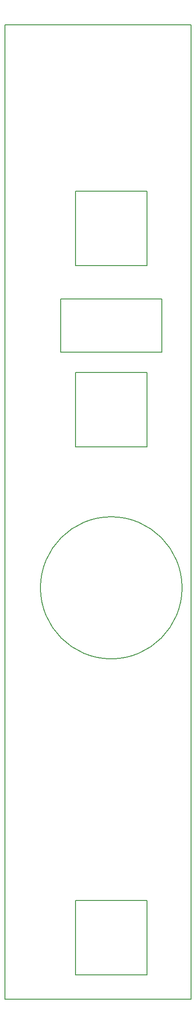
<source format=gbr>
G04 #@! TF.FileFunction,Profile,NP*
%FSLAX46Y46*%
G04 Gerber Fmt 4.6, Leading zero omitted, Abs format (unit mm)*
G04 Created by KiCad (PCBNEW 4.0.4+e1-6308~48~ubuntu14.04.1-stable) date Thu Sep  7 12:28:42 2017*
%MOMM*%
%LPD*%
G01*
G04 APERTURE LIST*
%ADD10C,0.100000*%
%ADD11C,0.150000*%
G04 APERTURE END LIST*
D10*
D11*
X110500000Y-51500000D02*
X110600000Y-51500000D01*
X110500000Y-61500000D02*
X110500000Y-51500000D01*
X129500000Y-61500000D02*
X110500000Y-61500000D01*
X129500000Y-51500000D02*
X129500000Y-61500000D01*
X110500000Y-51500000D02*
X129500000Y-51500000D01*
X113284000Y-178435000D02*
X113284000Y-164465000D01*
X126746000Y-178435000D02*
X113284000Y-178435000D01*
X126746000Y-164465000D02*
X126746000Y-178435000D01*
X113284000Y-164465000D02*
X126746000Y-164465000D01*
X113284000Y-65278000D02*
X113284000Y-79248000D01*
X126746000Y-79248000D02*
X113284000Y-79248000D01*
X126746000Y-65278000D02*
X126746000Y-79248000D01*
X113284000Y-65278000D02*
X126746000Y-65278000D01*
X113284000Y-45212000D02*
X113284000Y-31242000D01*
X126746000Y-45212000D02*
X113284000Y-45212000D01*
X126746000Y-31242000D02*
X126746000Y-45212000D01*
X113284000Y-31242000D02*
X126746000Y-31242000D01*
X133335000Y-105750000D02*
G75*
G03X133335000Y-105750000I-13335000J0D01*
G01*
X100000000Y-183000000D02*
X100000000Y0D01*
X135000000Y-183000000D02*
X100000000Y-183000000D01*
X135000000Y0D02*
X135000000Y-183000000D01*
X100000000Y0D02*
X135000000Y0D01*
M02*

</source>
